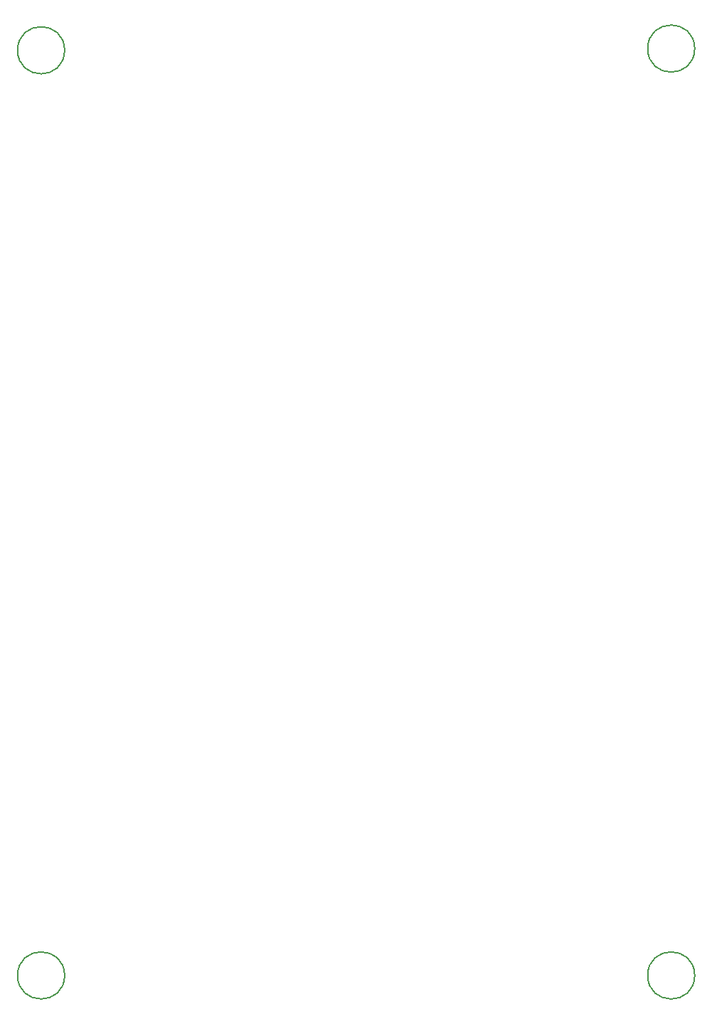
<source format=gbr>
%TF.GenerationSoftware,KiCad,Pcbnew,7.99.0-3539-g7abe2e3ea0*%
%TF.CreationDate,2023-11-11T19:40:51+01:00*%
%TF.ProjectId,ACDC150V24,41434443-3135-4305-9632-342e6b696361,rev?*%
%TF.SameCoordinates,Original*%
%TF.FileFunction,Other,Comment*%
%FSLAX46Y46*%
G04 Gerber Fmt 4.6, Leading zero omitted, Abs format (unit mm)*
G04 Created by KiCad (PCBNEW 7.99.0-3539-g7abe2e3ea0) date 2023-11-11 19:40:51*
%MOMM*%
%LPD*%
G01*
G04 APERTURE LIST*
%ADD10C,0.150000*%
G04 APERTURE END LIST*
D10*
%TO.C,H2*%
X82800000Y5000000D02*
G75*
G02*
X82800000Y5000000I-2800000J0D01*
G01*
%TO.C,H4*%
X82800000Y115200000D02*
G75*
G02*
X82800000Y115200000I-2800000J0D01*
G01*
%TO.C,H3*%
X7800000Y5000000D02*
G75*
G02*
X7800000Y5000000I-2800000J0D01*
G01*
%TO.C,H1*%
X7800000Y115000000D02*
G75*
G02*
X7800000Y115000000I-2800000J0D01*
G01*
%TD*%
M02*

</source>
